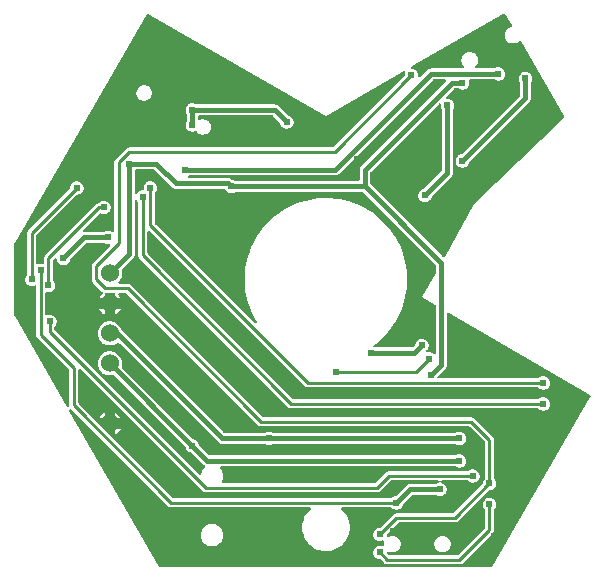
<source format=gbl>
G04 Layer: BottomLayer*
G04 EasyEDA v6.5.22, 2023-01-18 14:56:14*
G04 eb7a50f388b942ddb5e33576d95934dd,93c32eb58a6e4653a9b851d96a472eee,10*
G04 Gerber Generator version 0.2*
G04 Scale: 100 percent, Rotated: No, Reflected: No *
G04 Dimensions in millimeters *
G04 leading zeros omitted , absolute positions ,4 integer and 5 decimal *
%FSLAX45Y45*%
%MOMM*%

%ADD10C,0.4000*%
%ADD11C,0.2540*%
%ADD12C,1.5240*%
%ADD13C,0.6200*%

%LPD*%
G36*
X-166624Y2979623D02*
G01*
X-169824Y2980131D01*
X-182016Y2986481D01*
X-192024Y2989529D01*
X-195173Y2991154D01*
X-204419Y2998063D01*
X-212039Y3001873D01*
X-220167Y3004159D01*
X-229057Y3005023D01*
X-563981Y3005023D01*
X-568248Y3005937D01*
X-571703Y3008579D01*
X-573735Y3012490D01*
X-573989Y3016859D01*
X-572363Y3020923D01*
X-569163Y3023920D01*
X-565505Y3026054D01*
X-563016Y3027121D01*
X-560324Y3027476D01*
X674878Y3027527D01*
X683615Y3028746D01*
X691642Y3031439D01*
X699008Y3035554D01*
X705916Y3041294D01*
X1501952Y3837330D01*
X1505254Y3839514D01*
X1509115Y3840276D01*
X1604518Y3840276D01*
X1608429Y3839514D01*
X1611731Y3837330D01*
X1613916Y3834028D01*
X1614678Y3830116D01*
X1613916Y3826256D01*
X1611731Y3822954D01*
X893419Y3104591D01*
X888085Y3097530D01*
X884326Y3089960D01*
X882040Y3081832D01*
X881176Y3072942D01*
X881176Y2989783D01*
X880414Y2985871D01*
X878230Y2982569D01*
X874928Y2980385D01*
X871016Y2979623D01*
G37*

%LPD*%
G36*
X1595323Y2334107D02*
G01*
X1591716Y2334971D01*
X1588617Y2337104D01*
X975969Y2949752D01*
X973785Y2953054D01*
X973023Y2956915D01*
X973023Y3050184D01*
X973785Y3054045D01*
X975969Y3057347D01*
X1551736Y3633063D01*
X1555242Y3635400D01*
X1559407Y3636060D01*
X1563522Y3634943D01*
X1566773Y3632301D01*
X1568704Y3628542D01*
X1568958Y3624326D01*
X1568958Y3614674D01*
X1570583Y3605174D01*
X1573784Y3596081D01*
X1578406Y3587800D01*
X1579372Y3585413D01*
X1579676Y3582822D01*
X1579676Y3071215D01*
X1578914Y3067354D01*
X1576730Y3064052D01*
X1428343Y2915666D01*
X1426006Y2913938D01*
X1423314Y2912922D01*
X1418437Y2911856D01*
X1409496Y2908300D01*
X1401267Y2903220D01*
X1394053Y2896870D01*
X1387957Y2889351D01*
X1383284Y2880918D01*
X1380083Y2871825D01*
X1378458Y2862326D01*
X1378458Y2852674D01*
X1380083Y2843174D01*
X1383284Y2834081D01*
X1387957Y2825648D01*
X1394053Y2818130D01*
X1401267Y2811780D01*
X1409496Y2806700D01*
X1418437Y2803144D01*
X1427886Y2801112D01*
X1437538Y2800654D01*
X1447088Y2801924D01*
X1456283Y2804718D01*
X1464919Y2809087D01*
X1472692Y2814828D01*
X1479346Y2821787D01*
X1484731Y2829763D01*
X1488744Y2838551D01*
X1490726Y2846222D01*
X1491742Y2848711D01*
X1493367Y2850845D01*
X1659280Y3016808D01*
X1664614Y3023870D01*
X1668373Y3031439D01*
X1670659Y3039567D01*
X1671523Y3048457D01*
X1671523Y3583127D01*
X1671929Y3586073D01*
X1673250Y3588816D01*
X1675231Y3591763D01*
X1679244Y3600551D01*
X1681632Y3609898D01*
X1682496Y3619500D01*
X1681632Y3629101D01*
X1679244Y3638448D01*
X1675231Y3647236D01*
X1669846Y3655212D01*
X1663192Y3662172D01*
X1655419Y3667912D01*
X1646783Y3672281D01*
X1637588Y3675075D01*
X1628038Y3676345D01*
X1619554Y3675938D01*
X1615541Y3676599D01*
X1612138Y3678732D01*
X1609801Y3682034D01*
X1608937Y3685946D01*
X1609699Y3689908D01*
X1611934Y3693312D01*
X1679752Y3761130D01*
X1683054Y3763314D01*
X1686915Y3764076D01*
X1716227Y3764076D01*
X1718970Y3763721D01*
X1721510Y3762603D01*
X1726996Y3759200D01*
X1735937Y3755644D01*
X1745386Y3753612D01*
X1755038Y3753154D01*
X1764588Y3754424D01*
X1773783Y3757218D01*
X1782419Y3761587D01*
X1790192Y3767328D01*
X1796846Y3774287D01*
X1802231Y3782263D01*
X1806244Y3791051D01*
X1808632Y3800398D01*
X1809496Y3810000D01*
X1808632Y3819601D01*
X1806600Y3827576D01*
X1806295Y3831234D01*
X1807362Y3834790D01*
X1809648Y3837686D01*
X1812798Y3839616D01*
X1816404Y3840276D01*
X2021027Y3840276D01*
X2023770Y3839921D01*
X2026310Y3838803D01*
X2031796Y3835400D01*
X2040737Y3831844D01*
X2050186Y3829812D01*
X2059838Y3829354D01*
X2069388Y3830624D01*
X2078583Y3833418D01*
X2087219Y3837787D01*
X2094992Y3843528D01*
X2101646Y3850487D01*
X2107031Y3858463D01*
X2111044Y3867251D01*
X2113432Y3876598D01*
X2114296Y3886200D01*
X2113432Y3895801D01*
X2111044Y3905148D01*
X2107031Y3913936D01*
X2101646Y3921912D01*
X2094992Y3928872D01*
X2087219Y3934612D01*
X2078583Y3938981D01*
X2069388Y3941775D01*
X2059838Y3943045D01*
X2050186Y3942587D01*
X2040737Y3940556D01*
X2031796Y3937000D01*
X2026310Y3933596D01*
X2023770Y3932478D01*
X2021027Y3932123D01*
X1868068Y3932123D01*
X1864055Y3932936D01*
X1860702Y3935272D01*
X1858568Y3938727D01*
X1857959Y3942791D01*
X1858975Y3946753D01*
X1861464Y3950004D01*
X1863750Y3951935D01*
X1870964Y3960368D01*
X1876806Y3969867D01*
X1881022Y3980129D01*
X1883664Y3990949D01*
X1884527Y4002024D01*
X1883664Y4013149D01*
X1881022Y4023969D01*
X1876806Y4034231D01*
X1870964Y4043730D01*
X1863750Y4052163D01*
X1855317Y4059377D01*
X1845818Y4065219D01*
X1835556Y4069435D01*
X1824736Y4072077D01*
X1813661Y4072940D01*
X1802536Y4072077D01*
X1791716Y4069435D01*
X1781454Y4065219D01*
X1771954Y4059377D01*
X1763522Y4052163D01*
X1756308Y4043730D01*
X1750466Y4034231D01*
X1746250Y4023969D01*
X1743608Y4013149D01*
X1742744Y4002024D01*
X1743608Y3990949D01*
X1746250Y3980129D01*
X1750466Y3969867D01*
X1756308Y3960368D01*
X1763522Y3951935D01*
X1765807Y3950004D01*
X1768297Y3946753D01*
X1769313Y3942791D01*
X1768703Y3938727D01*
X1766570Y3935272D01*
X1763217Y3932936D01*
X1759204Y3932123D01*
X1484122Y3932072D01*
X1475384Y3930853D01*
X1467358Y3928160D01*
X1459992Y3924046D01*
X1453083Y3918305D01*
X1394510Y3859733D01*
X1391056Y3857447D01*
X1387043Y3856736D01*
X1383030Y3857701D01*
X1379728Y3860139D01*
X1377645Y3863695D01*
X1377188Y3867759D01*
X1377696Y3873500D01*
X1376832Y3883101D01*
X1374444Y3892448D01*
X1370431Y3901236D01*
X1365046Y3909212D01*
X1358392Y3916172D01*
X1350619Y3921912D01*
X1341983Y3926281D01*
X1332788Y3929075D01*
X1327708Y3929735D01*
X1323746Y3931107D01*
X1320698Y3933951D01*
X1319022Y3937812D01*
X1319072Y3942029D01*
X1320800Y3945839D01*
X1323898Y3948633D01*
X2099564Y4396435D01*
X2103323Y4397705D01*
X2107285Y4397451D01*
X2110841Y4395724D01*
X2113432Y4392726D01*
X2168448Y4297476D01*
X2169718Y4293920D01*
X2169566Y4290161D01*
X2168093Y4286707D01*
X2165451Y4284014D01*
X2162048Y4282490D01*
X2159762Y4281932D01*
X2149500Y4277715D01*
X2140000Y4271873D01*
X2131568Y4264660D01*
X2124354Y4256227D01*
X2118512Y4246727D01*
X2114296Y4236466D01*
X2111654Y4225645D01*
X2110790Y4214520D01*
X2111654Y4203446D01*
X2114296Y4192625D01*
X2118512Y4182364D01*
X2124354Y4172864D01*
X2131568Y4164431D01*
X2140000Y4157218D01*
X2149500Y4151376D01*
X2159762Y4147159D01*
X2170582Y4144518D01*
X2181707Y4143654D01*
X2192782Y4144518D01*
X2203602Y4147159D01*
X2213864Y4151376D01*
X2223363Y4157218D01*
X2231542Y4164177D01*
X2235454Y4166260D01*
X2239822Y4166463D01*
X2243937Y4164787D01*
X2246934Y4161536D01*
X2613456Y3526739D01*
X2614777Y3522522D01*
X2614168Y3518103D01*
X2611678Y3514344D01*
X1854707Y2781808D01*
X1853844Y2780639D01*
X1604670Y2339289D01*
X1602282Y2336444D01*
X1599031Y2334615D01*
G37*

%LPC*%
G36*
X1755038Y3092754D02*
G01*
X1764588Y3094024D01*
X1773783Y3096818D01*
X1782419Y3101187D01*
X1790192Y3106928D01*
X1796846Y3113887D01*
X1802231Y3121863D01*
X1806244Y3130651D01*
X1808225Y3138322D01*
X1809242Y3140811D01*
X1810867Y3142945D01*
X2319680Y3651808D01*
X2325014Y3658870D01*
X2328773Y3666439D01*
X2331059Y3674567D01*
X2331923Y3683457D01*
X2331923Y3811727D01*
X2332329Y3814673D01*
X2333650Y3817416D01*
X2335631Y3820363D01*
X2339644Y3829151D01*
X2342032Y3838498D01*
X2342896Y3848100D01*
X2342032Y3857701D01*
X2339644Y3867048D01*
X2335631Y3875836D01*
X2330246Y3883812D01*
X2323592Y3890772D01*
X2315819Y3896512D01*
X2307183Y3900881D01*
X2297988Y3903675D01*
X2288438Y3904945D01*
X2278786Y3904487D01*
X2269337Y3902456D01*
X2260396Y3898900D01*
X2252167Y3893820D01*
X2244953Y3887470D01*
X2238857Y3879951D01*
X2234184Y3871518D01*
X2230983Y3862425D01*
X2229358Y3852926D01*
X2229358Y3843274D01*
X2230983Y3833774D01*
X2234184Y3824681D01*
X2238806Y3816400D01*
X2239772Y3814013D01*
X2240076Y3811422D01*
X2240076Y3706215D01*
X2239314Y3702354D01*
X2237130Y3699052D01*
X1745843Y3207766D01*
X1743506Y3206038D01*
X1740814Y3205022D01*
X1735937Y3203956D01*
X1726996Y3200400D01*
X1718767Y3195320D01*
X1711553Y3188970D01*
X1705457Y3181451D01*
X1700784Y3173018D01*
X1697583Y3163925D01*
X1695957Y3154426D01*
X1695957Y3144774D01*
X1697583Y3135274D01*
X1700784Y3126181D01*
X1705457Y3117748D01*
X1711553Y3110230D01*
X1718767Y3103880D01*
X1726996Y3098800D01*
X1735937Y3095244D01*
X1745386Y3093212D01*
G37*

%LPD*%
G36*
X1518564Y1512112D02*
G01*
X1514703Y1512976D01*
X1503019Y1521612D01*
X1494383Y1525981D01*
X1485188Y1528775D01*
X1475638Y1530045D01*
X1465986Y1529588D01*
X1456486Y1527556D01*
X1452219Y1527556D01*
X1448308Y1529334D01*
X1445463Y1532534D01*
X1444193Y1536649D01*
X1444752Y1540865D01*
X1446987Y1544523D01*
X1453946Y1551787D01*
X1459331Y1559763D01*
X1463344Y1568551D01*
X1465732Y1577898D01*
X1466596Y1587500D01*
X1465732Y1597101D01*
X1463344Y1606448D01*
X1459331Y1615236D01*
X1453946Y1623212D01*
X1447292Y1630172D01*
X1439519Y1635912D01*
X1430883Y1640281D01*
X1421688Y1643075D01*
X1412138Y1644345D01*
X1402486Y1643888D01*
X1393037Y1641856D01*
X1384096Y1638300D01*
X1375867Y1633220D01*
X1368653Y1626870D01*
X1362557Y1619351D01*
X1357884Y1610918D01*
X1354683Y1601825D01*
X1353312Y1596694D01*
X1351483Y1594205D01*
X1330147Y1572869D01*
X1326845Y1570685D01*
X1322984Y1569923D01*
X1014476Y1569923D01*
X1011885Y1570228D01*
X1009446Y1571244D01*
X1004468Y1574088D01*
X1001420Y1576730D01*
X999642Y1580337D01*
X999439Y1584350D01*
X1000810Y1588160D01*
X1003503Y1591106D01*
X1017828Y1601571D01*
X1046429Y1624939D01*
X1073759Y1649831D01*
X1099718Y1676146D01*
X1124254Y1703781D01*
X1147216Y1732737D01*
X1168654Y1762861D01*
X1188415Y1794103D01*
X1206449Y1826361D01*
X1222756Y1859584D01*
X1237234Y1893570D01*
X1249883Y1928317D01*
X1260652Y1963674D01*
X1269492Y1999538D01*
X1276400Y2035860D01*
X1281328Y2072487D01*
X1284325Y2109368D01*
X1285290Y2146300D01*
X1284325Y2183231D01*
X1281328Y2220112D01*
X1276400Y2256739D01*
X1269492Y2293061D01*
X1260652Y2328926D01*
X1249883Y2364282D01*
X1237234Y2399030D01*
X1222756Y2433015D01*
X1206449Y2466238D01*
X1188415Y2498496D01*
X1168654Y2529738D01*
X1147216Y2559862D01*
X1124254Y2588818D01*
X1099718Y2616454D01*
X1073759Y2642768D01*
X1046429Y2667660D01*
X1017828Y2691028D01*
X987958Y2712821D01*
X956970Y2733040D01*
X924966Y2751480D01*
X891997Y2768244D01*
X858215Y2783179D01*
X823620Y2796286D01*
X788416Y2807512D01*
X752652Y2816860D01*
X716432Y2824226D01*
X679856Y2829661D01*
X643077Y2833166D01*
X606145Y2834640D01*
X569163Y2834132D01*
X532282Y2831642D01*
X495604Y2827223D01*
X459181Y2820771D01*
X423214Y2812440D01*
X387705Y2802128D01*
X352806Y2789986D01*
X318566Y2775915D01*
X285191Y2760065D01*
X252679Y2742488D01*
X221183Y2723134D01*
X190754Y2702153D01*
X161544Y2679547D01*
X133553Y2655417D01*
X106883Y2629814D01*
X81635Y2602788D01*
X57861Y2574493D01*
X35661Y2544927D01*
X15087Y2514244D01*
X-3860Y2482443D01*
X-21031Y2449728D01*
X-36423Y2416149D01*
X-49987Y2381758D01*
X-61671Y2346706D01*
X-71475Y2311044D01*
X-79400Y2274925D01*
X-85293Y2238451D01*
X-89255Y2201672D01*
X-91236Y2164791D01*
X-91236Y2127808D01*
X-89255Y2090928D01*
X-85293Y2054148D01*
X-79400Y2017674D01*
X-71475Y1981555D01*
X-61671Y1945893D01*
X-49987Y1910842D01*
X-36423Y1876450D01*
X-21031Y1842871D01*
X-3860Y1810156D01*
X9245Y1788160D01*
X10617Y1784197D01*
X10261Y1780032D01*
X8280Y1776374D01*
X4978Y1773834D01*
X914Y1772818D01*
X-3149Y1773478D01*
X-6654Y1775764D01*
X-847394Y2616504D01*
X-849630Y2619806D01*
X-850392Y2623718D01*
X-850392Y2875280D01*
X-849680Y2879090D01*
X-847547Y2882341D01*
X-844753Y2885287D01*
X-839368Y2893263D01*
X-835355Y2902051D01*
X-832967Y2911398D01*
X-832103Y2921000D01*
X-832967Y2930601D01*
X-835355Y2939948D01*
X-839368Y2948736D01*
X-844753Y2956712D01*
X-851408Y2963672D01*
X-859180Y2969412D01*
X-867816Y2973781D01*
X-877011Y2976575D01*
X-886561Y2977845D01*
X-896213Y2977388D01*
X-905662Y2975356D01*
X-914603Y2971800D01*
X-922832Y2966720D01*
X-930046Y2960370D01*
X-936142Y2952851D01*
X-940816Y2944418D01*
X-944016Y2935325D01*
X-945642Y2925826D01*
X-945642Y2916174D01*
X-945184Y2913278D01*
X-945337Y2909011D01*
X-947267Y2905201D01*
X-950620Y2902508D01*
X-954735Y2901442D01*
X-959713Y2901188D01*
X-969162Y2899156D01*
X-978103Y2895600D01*
X-986332Y2890520D01*
X-993546Y2884170D01*
X-999642Y2876651D01*
X-1001877Y2872638D01*
X-1004824Y2869336D01*
X-1008887Y2867609D01*
X-1013307Y2867761D01*
X-1017219Y2869793D01*
X-1019911Y2873248D01*
X-1020876Y2877566D01*
X-1020876Y3068116D01*
X-1020114Y3072028D01*
X-1017930Y3075330D01*
X-1014628Y3077514D01*
X-1010716Y3078276D01*
X-861415Y3078276D01*
X-857554Y3077514D01*
X-854252Y3075330D01*
X-704291Y2925419D01*
X-697230Y2920085D01*
X-689660Y2916326D01*
X-681532Y2914040D01*
X-672642Y2913176D01*
X-262636Y2913176D01*
X-259079Y2912567D01*
X-256032Y2910738D01*
X-253746Y2907995D01*
X-250342Y2901848D01*
X-244246Y2894330D01*
X-237032Y2887980D01*
X-228803Y2882900D01*
X-219862Y2879344D01*
X-210413Y2877312D01*
X-200761Y2876854D01*
X-191211Y2878124D01*
X-182016Y2880918D01*
X-169824Y2887268D01*
X-166624Y2887776D01*
X903884Y2887776D01*
X907745Y2887014D01*
X911047Y2884830D01*
X1525930Y2269947D01*
X1528114Y2266645D01*
X1528876Y2262784D01*
X1528876Y2207717D01*
X1528572Y2205126D01*
X1527556Y2202738D01*
X1410157Y1994763D01*
X1410563Y1993392D01*
X1523847Y1927402D01*
X1526540Y1925116D01*
X1528267Y1922068D01*
X1528876Y1918614D01*
X1528876Y1522272D01*
X1528114Y1518361D01*
X1525879Y1515059D01*
X1522526Y1512824D01*
G37*

%LPD*%
G36*
X-1583537Y1061872D02*
G01*
X-1587449Y1062177D01*
X-1590954Y1063955D01*
X-1593545Y1066901D01*
X-2039264Y1838807D01*
X-2040280Y1841246D01*
X-2040636Y1843887D01*
X-2040636Y2448407D01*
X-2040280Y2451049D01*
X-2039264Y2453487D01*
X-919683Y4392726D01*
X-917041Y4395724D01*
X-913485Y4397502D01*
X-909574Y4397756D01*
X-905814Y4396486D01*
X583438Y3536645D01*
X589432Y3534105D01*
X595680Y3533089D01*
X598119Y3533089D01*
X604367Y3534105D01*
X610362Y3536645D01*
X1253998Y3908247D01*
X1257909Y3909568D01*
X1261973Y3909212D01*
X1265580Y3907282D01*
X1268171Y3904081D01*
X1269238Y3900119D01*
X1268679Y3896106D01*
X1265783Y3887825D01*
X1264158Y3878326D01*
X1264158Y3875633D01*
X1263345Y3871772D01*
X1261160Y3868470D01*
X660095Y3267405D01*
X656793Y3265170D01*
X652881Y3264408D01*
X-1066292Y3264408D01*
X-1074318Y3263595D01*
X-1081532Y3261410D01*
X-1088237Y3257854D01*
X-1094435Y3252724D01*
X-1182624Y3164535D01*
X-1187754Y3158337D01*
X-1191310Y3151632D01*
X-1193495Y3144418D01*
X-1194308Y3136392D01*
X-1194308Y2555341D01*
X-1195273Y2550972D01*
X-1198016Y2547467D01*
X-1201978Y2545486D01*
X-1206449Y2545384D01*
X-1210513Y2547162D01*
X-1214780Y2550312D01*
X-1223416Y2554681D01*
X-1232611Y2557475D01*
X-1242161Y2558745D01*
X-1251813Y2558288D01*
X-1261262Y2556256D01*
X-1270203Y2552700D01*
X-1275689Y2549296D01*
X-1278229Y2548178D01*
X-1280972Y2547823D01*
X-1449578Y2547772D01*
X-1453540Y2548483D01*
X-1456893Y2550617D01*
X-1459128Y2553919D01*
X-1459992Y2557830D01*
X-1459230Y2561793D01*
X-1456994Y2565095D01*
X-1319225Y2702864D01*
X-1315974Y2705049D01*
X-1312113Y2705811D01*
X-1308252Y2705100D01*
X-1299362Y2701544D01*
X-1289913Y2699512D01*
X-1280261Y2699054D01*
X-1270711Y2700324D01*
X-1261516Y2703118D01*
X-1252880Y2707487D01*
X-1245108Y2713228D01*
X-1238453Y2720187D01*
X-1233068Y2728163D01*
X-1229055Y2736951D01*
X-1226667Y2746298D01*
X-1225804Y2755900D01*
X-1226667Y2765501D01*
X-1229055Y2774848D01*
X-1233068Y2783636D01*
X-1238453Y2791612D01*
X-1245108Y2798572D01*
X-1252880Y2804312D01*
X-1261516Y2808681D01*
X-1270711Y2811475D01*
X-1280261Y2812745D01*
X-1289913Y2812288D01*
X-1299362Y2810256D01*
X-1308303Y2806700D01*
X-1316532Y2801620D01*
X-1322679Y2796184D01*
X-1325321Y2794508D01*
X-1335532Y2791510D01*
X-1342237Y2787954D01*
X-1348435Y2782824D01*
X-1779524Y2351735D01*
X-1784654Y2345537D01*
X-1788210Y2338832D01*
X-1790395Y2331618D01*
X-1791207Y2323592D01*
X-1791207Y2287879D01*
X-1792122Y2283663D01*
X-1794713Y2280208D01*
X-1798472Y2278126D01*
X-1802739Y2277821D01*
X-1813712Y2279294D01*
X-1823313Y2278888D01*
X-1832762Y2276856D01*
X-1839722Y2274062D01*
X-1843633Y2273350D01*
X-1847494Y2274112D01*
X-1850745Y2276348D01*
X-1852930Y2279650D01*
X-1853692Y2283510D01*
X-1853692Y2519781D01*
X-1852930Y2523693D01*
X-1850694Y2526995D01*
X-1516481Y2861208D01*
X-1512976Y2863494D01*
X-1499311Y2865424D01*
X-1490116Y2868218D01*
X-1481480Y2872587D01*
X-1473708Y2878328D01*
X-1467053Y2885287D01*
X-1461668Y2893263D01*
X-1457655Y2902051D01*
X-1455267Y2911398D01*
X-1454404Y2921000D01*
X-1455267Y2930601D01*
X-1457655Y2939948D01*
X-1461668Y2948736D01*
X-1467053Y2956712D01*
X-1473708Y2963672D01*
X-1481480Y2969412D01*
X-1490116Y2973781D01*
X-1499311Y2976575D01*
X-1508861Y2977845D01*
X-1518513Y2977388D01*
X-1527962Y2975356D01*
X-1536903Y2971800D01*
X-1545132Y2966720D01*
X-1552346Y2960370D01*
X-1558442Y2952851D01*
X-1563116Y2944418D01*
X-1566316Y2935325D01*
X-1567942Y2925826D01*
X-1567942Y2923133D01*
X-1568754Y2919272D01*
X-1570939Y2915970D01*
X-1919224Y2567635D01*
X-1924354Y2561437D01*
X-1927910Y2554732D01*
X-1930095Y2547518D01*
X-1930907Y2539492D01*
X-1930907Y2192274D01*
X-1931466Y2188870D01*
X-1933143Y2185873D01*
X-1939442Y2178151D01*
X-1944116Y2169718D01*
X-1947316Y2160625D01*
X-1948942Y2151126D01*
X-1948942Y2141474D01*
X-1947316Y2131974D01*
X-1944116Y2122881D01*
X-1939442Y2114448D01*
X-1933346Y2106930D01*
X-1926132Y2100580D01*
X-1917903Y2095500D01*
X-1908962Y2091943D01*
X-1899513Y2089912D01*
X-1889861Y2089454D01*
X-1880311Y2090724D01*
X-1871116Y2093518D01*
X-1869439Y2094382D01*
X-1865477Y2095449D01*
X-1861413Y2094839D01*
X-1857908Y2092706D01*
X-1855520Y2089302D01*
X-1854707Y2085289D01*
X-1854707Y1676907D01*
X-1853895Y1668881D01*
X-1851710Y1661668D01*
X-1848154Y1654962D01*
X-1843024Y1648764D01*
X-1578305Y1383995D01*
X-1576070Y1380693D01*
X-1575308Y1376781D01*
X-1575308Y1080008D01*
X-1574596Y1072946D01*
X-1575003Y1069086D01*
X-1576832Y1065580D01*
X-1579829Y1063091D01*
G37*

%LPC*%
G36*
X-444601Y3370224D02*
G01*
X-433984Y3370630D01*
X-423621Y3372764D01*
X-413715Y3376523D01*
X-404520Y3381806D01*
X-396290Y3388512D01*
X-389280Y3396437D01*
X-383590Y3405428D01*
X-379425Y3415182D01*
X-376936Y3425444D01*
X-376072Y3436010D01*
X-376936Y3446627D01*
X-379425Y3456889D01*
X-383590Y3466642D01*
X-389280Y3475634D01*
X-396290Y3483559D01*
X-404520Y3490264D01*
X-413715Y3495548D01*
X-423621Y3499307D01*
X-433984Y3501440D01*
X-444601Y3501847D01*
X-455117Y3500577D01*
X-465277Y3497630D01*
X-472998Y3493973D01*
X-476910Y3493008D01*
X-480923Y3493668D01*
X-484378Y3495852D01*
X-486664Y3499205D01*
X-487476Y3503168D01*
X-487476Y3525316D01*
X-486714Y3529228D01*
X-484530Y3532530D01*
X-481228Y3534714D01*
X-477316Y3535476D01*
X141884Y3535476D01*
X145745Y3534714D01*
X149047Y3532530D01*
X208483Y3473094D01*
X210312Y3470605D01*
X211683Y3465474D01*
X214884Y3456381D01*
X219557Y3447948D01*
X225653Y3440429D01*
X232867Y3434079D01*
X241096Y3429000D01*
X250037Y3425444D01*
X259486Y3423412D01*
X269138Y3422954D01*
X278688Y3424224D01*
X287883Y3427018D01*
X296519Y3431387D01*
X304292Y3437128D01*
X310946Y3444087D01*
X316331Y3452063D01*
X320344Y3460851D01*
X322732Y3470198D01*
X323596Y3479800D01*
X322732Y3489401D01*
X320344Y3498748D01*
X316331Y3507536D01*
X310946Y3515512D01*
X304292Y3522472D01*
X296519Y3528212D01*
X287934Y3532530D01*
X277469Y3535679D01*
X275183Y3536696D01*
X273202Y3538220D01*
X196291Y3615080D01*
X189230Y3620414D01*
X181660Y3624173D01*
X173532Y3626459D01*
X164642Y3627323D01*
X-496824Y3627323D01*
X-500024Y3627831D01*
X-512216Y3634181D01*
X-521411Y3636975D01*
X-530961Y3638245D01*
X-540613Y3637787D01*
X-550062Y3635756D01*
X-559003Y3632200D01*
X-567232Y3627120D01*
X-574446Y3620770D01*
X-580542Y3613251D01*
X-585216Y3604818D01*
X-588416Y3595725D01*
X-590042Y3586226D01*
X-590042Y3576574D01*
X-588416Y3567074D01*
X-585216Y3557981D01*
X-580593Y3549700D01*
X-579628Y3547313D01*
X-579323Y3544722D01*
X-579323Y3491077D01*
X-579628Y3488486D01*
X-580593Y3486099D01*
X-585216Y3477818D01*
X-588416Y3468725D01*
X-590042Y3459226D01*
X-590042Y3449574D01*
X-588416Y3440074D01*
X-585216Y3430981D01*
X-580542Y3422548D01*
X-574446Y3415029D01*
X-567232Y3408679D01*
X-559003Y3403600D01*
X-550062Y3400044D01*
X-540613Y3398012D01*
X-530961Y3397554D01*
X-521411Y3398824D01*
X-512216Y3401618D01*
X-509625Y3402939D01*
X-506272Y3403955D01*
X-502767Y3403752D01*
X-499516Y3402329D01*
X-496925Y3399942D01*
X-491235Y3392373D01*
X-483616Y3385007D01*
X-474878Y3378962D01*
X-465277Y3374440D01*
X-455117Y3371494D01*
G37*
G36*
X-945134Y3659225D02*
G01*
X-934516Y3659632D01*
X-924153Y3661765D01*
X-914247Y3665524D01*
X-905052Y3670808D01*
X-896823Y3677513D01*
X-889812Y3685438D01*
X-884123Y3694429D01*
X-879957Y3704183D01*
X-877468Y3714445D01*
X-876604Y3725011D01*
X-877468Y3735628D01*
X-879957Y3745890D01*
X-884123Y3755644D01*
X-889812Y3764635D01*
X-896823Y3772560D01*
X-905052Y3779265D01*
X-914247Y3784549D01*
X-924153Y3788308D01*
X-934516Y3790442D01*
X-945134Y3790848D01*
X-955649Y3789578D01*
X-965809Y3786632D01*
X-975410Y3782110D01*
X-984148Y3776065D01*
X-991768Y3768699D01*
X-998118Y3760266D01*
X-1003046Y3750868D01*
X-1006449Y3740810D01*
X-1008126Y3730345D01*
X-1008126Y3719728D01*
X-1006449Y3709263D01*
X-1003046Y3699205D01*
X-998118Y3689807D01*
X-991768Y3681374D01*
X-984148Y3674008D01*
X-975410Y3667963D01*
X-965809Y3663442D01*
X-955649Y3660495D01*
G37*

%LPD*%
G36*
X-690981Y292608D02*
G01*
X-694893Y293370D01*
X-698195Y295605D01*
X-1273403Y870813D01*
X-1275588Y874115D01*
X-1276350Y877976D01*
X-1276350Y882650D01*
X-1281023Y882650D01*
X-1284935Y883412D01*
X-1288237Y885647D01*
X-1495094Y1092504D01*
X-1497330Y1095806D01*
X-1498092Y1099718D01*
X-1498092Y1380845D01*
X-1497330Y1384757D01*
X-1495094Y1388059D01*
X-1491843Y1390243D01*
X-1487932Y1391005D01*
X-1484020Y1390243D01*
X-1480769Y1388059D01*
X-446735Y354076D01*
X-440537Y348945D01*
X-433832Y345389D01*
X-426618Y343204D01*
X-418592Y342392D01*
X1028192Y342392D01*
X1036218Y343204D01*
X1043432Y345389D01*
X1050137Y348945D01*
X1056335Y354076D01*
X1143304Y440994D01*
X1146606Y443230D01*
X1150518Y443992D01*
X1548993Y443992D01*
X1553108Y443128D01*
X1556512Y440639D01*
X1558645Y436981D01*
X1559102Y432765D01*
X1557782Y428751D01*
X1554988Y425602D01*
X1551127Y423875D01*
X1545437Y422656D01*
X1536496Y419100D01*
X1531010Y415696D01*
X1528470Y414578D01*
X1525727Y414223D01*
X1306322Y414172D01*
X1297584Y412953D01*
X1289558Y410260D01*
X1282192Y406146D01*
X1275283Y400405D01*
X1187043Y312166D01*
X1184706Y310438D01*
X1182014Y309422D01*
X1177137Y308356D01*
X1168196Y304800D01*
X1159967Y299720D01*
X1154785Y295148D01*
X1151636Y293268D01*
X1148080Y292608D01*
G37*

%LPC*%
G36*
X-1187450Y835456D02*
G01*
X-1182878Y837590D01*
X-1171346Y844905D01*
X-1160932Y853694D01*
X-1151788Y863853D01*
X-1144066Y875080D01*
X-1140256Y882650D01*
X-1187450Y882650D01*
G37*
G36*
X-1187450Y971550D02*
G01*
X-1140256Y971550D01*
X-1144066Y979119D01*
X-1151788Y990346D01*
X-1160932Y1000506D01*
X-1171346Y1009294D01*
X-1182878Y1016609D01*
X-1187450Y1018743D01*
G37*
G36*
X-1323695Y971550D02*
G01*
X-1276350Y971550D01*
X-1276350Y1018895D01*
X-1286865Y1013155D01*
X-1297838Y1005078D01*
X-1307642Y995578D01*
X-1316075Y984859D01*
X-1323035Y973124D01*
G37*

%LPD*%
G36*
X-803910Y-290322D02*
G01*
X-807415Y-289712D01*
X-810463Y-287934D01*
X-812698Y-285242D01*
X-1575206Y1035151D01*
X-1576476Y1039114D01*
X-1576120Y1043228D01*
X-1574088Y1046835D01*
X-1570786Y1049375D01*
X-1566773Y1050391D01*
X-1562709Y1049680D01*
X-1559204Y1047394D01*
X-738835Y227075D01*
X-732637Y221945D01*
X-725932Y218389D01*
X-718718Y216204D01*
X-710692Y215392D01*
X458317Y215392D01*
X462381Y214579D01*
X465734Y212191D01*
X467868Y208737D01*
X468477Y204673D01*
X467410Y200710D01*
X464870Y197459D01*
X460095Y193395D01*
X446532Y179527D01*
X434390Y164388D01*
X423722Y148132D01*
X414731Y130962D01*
X407416Y112979D01*
X401828Y94386D01*
X398119Y75336D01*
X396240Y56032D01*
X396240Y36576D01*
X398119Y17272D01*
X401828Y-1778D01*
X407416Y-20370D01*
X414731Y-38354D01*
X423722Y-55524D01*
X434390Y-71780D01*
X446532Y-86918D01*
X460095Y-100787D01*
X474929Y-113334D01*
X490880Y-124358D01*
X507847Y-133807D01*
X525678Y-141528D01*
X544118Y-147523D01*
X563067Y-151739D01*
X582371Y-154076D01*
X601776Y-154533D01*
X621131Y-153111D01*
X640232Y-149860D01*
X658977Y-144780D01*
X677113Y-137871D01*
X694537Y-129285D01*
X711047Y-119024D01*
X726440Y-107238D01*
X740664Y-94030D01*
X753516Y-79502D01*
X764946Y-63804D01*
X774801Y-47040D01*
X782980Y-29464D01*
X789432Y-11125D01*
X794054Y7721D01*
X796848Y26924D01*
X797814Y46278D01*
X796848Y65684D01*
X794054Y84886D01*
X789432Y103733D01*
X782980Y122072D01*
X774801Y139649D01*
X764946Y156413D01*
X753516Y172110D01*
X740664Y186639D01*
X728675Y197815D01*
X726338Y201066D01*
X725424Y204978D01*
X726135Y208940D01*
X728319Y212344D01*
X731621Y214579D01*
X735584Y215392D01*
X1148080Y215392D01*
X1151636Y214731D01*
X1154785Y212852D01*
X1159967Y208279D01*
X1168196Y203200D01*
X1177137Y199644D01*
X1186586Y197612D01*
X1196238Y197154D01*
X1205788Y198424D01*
X1214983Y201218D01*
X1223619Y205587D01*
X1231392Y211328D01*
X1238046Y218287D01*
X1243431Y226263D01*
X1247444Y235051D01*
X1249426Y242722D01*
X1250442Y245211D01*
X1252067Y247345D01*
X1324152Y319430D01*
X1327454Y321614D01*
X1331315Y322376D01*
X1525727Y322376D01*
X1528470Y322021D01*
X1531010Y320903D01*
X1536496Y317500D01*
X1545437Y313944D01*
X1554886Y311912D01*
X1564538Y311454D01*
X1574088Y312724D01*
X1583283Y315518D01*
X1591919Y319887D01*
X1599692Y325628D01*
X1606346Y332587D01*
X1611731Y340563D01*
X1615744Y349351D01*
X1618132Y358698D01*
X1618996Y368300D01*
X1618132Y377901D01*
X1615744Y387248D01*
X1611731Y396036D01*
X1606346Y404012D01*
X1599692Y410972D01*
X1591919Y416712D01*
X1583283Y421081D01*
X1573377Y424129D01*
X1569770Y426059D01*
X1567230Y429310D01*
X1566164Y433273D01*
X1566773Y437337D01*
X1568958Y440842D01*
X1572310Y443179D01*
X1576324Y443992D01*
X1795780Y443992D01*
X1799336Y443331D01*
X1802485Y441451D01*
X1807667Y436880D01*
X1815896Y431800D01*
X1824837Y428243D01*
X1834286Y426212D01*
X1843938Y425754D01*
X1853488Y427024D01*
X1862683Y429818D01*
X1871319Y434187D01*
X1879092Y439928D01*
X1885746Y446887D01*
X1891131Y454863D01*
X1895144Y463651D01*
X1897532Y472998D01*
X1898396Y482600D01*
X1897532Y492201D01*
X1895144Y501548D01*
X1891131Y510336D01*
X1885746Y518312D01*
X1879092Y525272D01*
X1871319Y531012D01*
X1862683Y535381D01*
X1853488Y538175D01*
X1843938Y539445D01*
X1834286Y538988D01*
X1824837Y536956D01*
X1815896Y533400D01*
X1807667Y528320D01*
X1802485Y523748D01*
X1799336Y521868D01*
X1795780Y521208D01*
X1130808Y521208D01*
X1122781Y520395D01*
X1115568Y518210D01*
X1108862Y514654D01*
X1102664Y509524D01*
X1015695Y422605D01*
X1012393Y420370D01*
X1008481Y419608D01*
X-275844Y419608D01*
X-279857Y420471D01*
X-283260Y422808D01*
X-285394Y426364D01*
X-285953Y430479D01*
X-284835Y434441D01*
X-280365Y443128D01*
X-275996Y455422D01*
X-273304Y468223D01*
X-272440Y481279D01*
X-273304Y494385D01*
X-275996Y507187D01*
X-280365Y519480D01*
X-286359Y531114D01*
X-293928Y541832D01*
X-298399Y546608D01*
X-300431Y549910D01*
X-301142Y553770D01*
X-300278Y557580D01*
X-298043Y560781D01*
X-294792Y562965D01*
X-290982Y563676D01*
X1690827Y563676D01*
X1693570Y563321D01*
X1696110Y562203D01*
X1701596Y558800D01*
X1710537Y555244D01*
X1719986Y553212D01*
X1729638Y552754D01*
X1739188Y554024D01*
X1748383Y556818D01*
X1757019Y561187D01*
X1764792Y566928D01*
X1771446Y573887D01*
X1776831Y581863D01*
X1780844Y590651D01*
X1783232Y599998D01*
X1784096Y609600D01*
X1783232Y619201D01*
X1780844Y628548D01*
X1776831Y637336D01*
X1771446Y645312D01*
X1764792Y652272D01*
X1757019Y658012D01*
X1748383Y662381D01*
X1739188Y665175D01*
X1729638Y666445D01*
X1719986Y665988D01*
X1710537Y663956D01*
X1701596Y660400D01*
X1696110Y656996D01*
X1693570Y655878D01*
X1690827Y655523D01*
X-383184Y655523D01*
X-387045Y656285D01*
X-390347Y658469D01*
X-475132Y743254D01*
X-476758Y745388D01*
X-477774Y747877D01*
X-479755Y755548D01*
X-483768Y764336D01*
X-489153Y772312D01*
X-495808Y779272D01*
X-503580Y785012D01*
X-512165Y789330D01*
X-522630Y792480D01*
X-524916Y793496D01*
X-526897Y795020D01*
X-1130706Y1398828D01*
X-1132636Y1401521D01*
X-1133602Y1404721D01*
X-1133500Y1408023D01*
X-1130757Y1421485D01*
X-1129842Y1435100D01*
X-1130757Y1448714D01*
X-1133449Y1462074D01*
X-1137920Y1474927D01*
X-1144066Y1487119D01*
X-1151788Y1498346D01*
X-1160932Y1508455D01*
X-1171346Y1517294D01*
X-1182878Y1524609D01*
X-1195222Y1530350D01*
X-1208278Y1534414D01*
X-1221689Y1536649D01*
X-1235354Y1537106D01*
X-1248918Y1535734D01*
X-1262176Y1532585D01*
X-1274876Y1527708D01*
X-1286865Y1521155D01*
X-1297838Y1513027D01*
X-1307642Y1503578D01*
X-1316075Y1492859D01*
X-1323035Y1481124D01*
X-1328369Y1468577D01*
X-1331976Y1455420D01*
X-1333754Y1441907D01*
X-1333754Y1428292D01*
X-1331976Y1414780D01*
X-1328369Y1401622D01*
X-1323035Y1389075D01*
X-1316075Y1377340D01*
X-1307642Y1366621D01*
X-1297838Y1357122D01*
X-1286865Y1349044D01*
X-1274876Y1342491D01*
X-1262176Y1337614D01*
X-1248918Y1334414D01*
X-1235354Y1333042D01*
X-1221689Y1333500D01*
X-1208278Y1335786D01*
X-1205890Y1336497D01*
X-1202283Y1336954D01*
X-1198727Y1336090D01*
X-1195730Y1334008D01*
X-591616Y729894D01*
X-589788Y727405D01*
X-588416Y722274D01*
X-585216Y713181D01*
X-580542Y704748D01*
X-574446Y697230D01*
X-567232Y690880D01*
X-559003Y685800D01*
X-550062Y682244D01*
X-545185Y681177D01*
X-542493Y680161D01*
X-540156Y678434D01*
X-437591Y575919D01*
X-430276Y570433D01*
X-427837Y567740D01*
X-426466Y564337D01*
X-426364Y560679D01*
X-427634Y557225D01*
X-430022Y554431D01*
X-433730Y551383D01*
X-442671Y541832D01*
X-450240Y531114D01*
X-456234Y519480D01*
X-460603Y507187D01*
X-461975Y500735D01*
X-463753Y496773D01*
X-467004Y493877D01*
X-471170Y492658D01*
X-475437Y493268D01*
X-479094Y495604D01*
X-1698294Y1714804D01*
X-1700530Y1718106D01*
X-1701292Y1722018D01*
X-1701292Y1744980D01*
X-1700580Y1748789D01*
X-1698447Y1752041D01*
X-1695653Y1754987D01*
X-1690268Y1762963D01*
X-1686255Y1771751D01*
X-1683867Y1781098D01*
X-1683004Y1790700D01*
X-1683867Y1800301D01*
X-1686255Y1809648D01*
X-1690268Y1818436D01*
X-1695653Y1826412D01*
X-1702307Y1833372D01*
X-1710080Y1839112D01*
X-1718716Y1843481D01*
X-1727911Y1846275D01*
X-1737461Y1847545D01*
X-1747113Y1847088D01*
X-1756562Y1845056D01*
X-1763522Y1842262D01*
X-1767433Y1841550D01*
X-1771294Y1842312D01*
X-1774545Y1844548D01*
X-1776730Y1847850D01*
X-1777492Y1851710D01*
X-1777492Y2030323D01*
X-1776475Y2034692D01*
X-1773732Y2038197D01*
X-1769668Y2040178D01*
X-1765198Y2040229D01*
X-1759813Y2039112D01*
X-1750161Y2038654D01*
X-1740611Y2039924D01*
X-1731416Y2042718D01*
X-1722780Y2047087D01*
X-1715007Y2052828D01*
X-1708353Y2059787D01*
X-1702968Y2067763D01*
X-1698955Y2076551D01*
X-1696567Y2085898D01*
X-1695704Y2095500D01*
X-1696567Y2105101D01*
X-1698955Y2114448D01*
X-1702968Y2123236D01*
X-1708353Y2131212D01*
X-1711147Y2134158D01*
X-1713280Y2137410D01*
X-1713992Y2141220D01*
X-1713992Y2303881D01*
X-1713230Y2307793D01*
X-1710994Y2311095D01*
X-1699158Y2322931D01*
X-1695450Y2325319D01*
X-1691081Y2325878D01*
X-1686864Y2324557D01*
X-1683613Y2321560D01*
X-1681937Y2317496D01*
X-1680616Y2309774D01*
X-1677416Y2300681D01*
X-1672742Y2292248D01*
X-1666646Y2284730D01*
X-1659432Y2278380D01*
X-1651203Y2273300D01*
X-1642262Y2269744D01*
X-1632813Y2267712D01*
X-1623161Y2267254D01*
X-1613611Y2268524D01*
X-1604416Y2271318D01*
X-1595780Y2275687D01*
X-1588008Y2281428D01*
X-1581353Y2288387D01*
X-1575968Y2296363D01*
X-1571955Y2305151D01*
X-1569974Y2312822D01*
X-1568958Y2315311D01*
X-1567332Y2317445D01*
X-1431747Y2453030D01*
X-1428445Y2455214D01*
X-1424584Y2455976D01*
X-1280972Y2455976D01*
X-1278229Y2455621D01*
X-1275689Y2454503D01*
X-1270203Y2451100D01*
X-1261262Y2447544D01*
X-1251813Y2445512D01*
X-1242060Y2445105D01*
X-1237894Y2444750D01*
X-1234186Y2442768D01*
X-1231646Y2439517D01*
X-1230579Y2435453D01*
X-1231290Y2431338D01*
X-1233576Y2427833D01*
X-1373124Y2288235D01*
X-1378254Y2282037D01*
X-1381810Y2275332D01*
X-1383995Y2268118D01*
X-1384808Y2260092D01*
X-1384808Y2146808D01*
X-1383995Y2138781D01*
X-1381810Y2131568D01*
X-1378254Y2124862D01*
X-1373124Y2118664D01*
X-1297635Y2043175D01*
X-1293622Y2039874D01*
X-1291285Y2037080D01*
X-1290066Y2033574D01*
X-1290167Y2029917D01*
X-1291539Y2026513D01*
X-1294079Y2023821D01*
X-1297838Y2021078D01*
X-1307642Y2011578D01*
X-1316075Y2000859D01*
X-1323035Y1989124D01*
X-1323695Y1987550D01*
X-1276350Y1987550D01*
X-1276350Y2021332D01*
X-1275588Y2025243D01*
X-1273403Y2028494D01*
X-1270101Y2030730D01*
X-1266190Y2031492D01*
X-1197610Y2031492D01*
X-1193749Y2030730D01*
X-1190447Y2028494D01*
X-1188262Y2025243D01*
X-1187450Y2021332D01*
X-1187450Y1987550D01*
X-1140256Y1987550D01*
X-1144066Y1995119D01*
X-1151788Y2006346D01*
X-1159154Y2014524D01*
X-1161186Y2017826D01*
X-1161796Y2021687D01*
X-1160932Y2025446D01*
X-1158697Y2028647D01*
X-1155446Y2030730D01*
X-1151636Y2031492D01*
X-1099718Y2031492D01*
X-1095806Y2030730D01*
X-1092504Y2028494D01*
X23164Y912876D01*
X29362Y907745D01*
X36068Y904189D01*
X43281Y902004D01*
X51308Y901192D01*
X1808581Y901192D01*
X1812493Y900430D01*
X1815795Y898194D01*
X1939594Y774395D01*
X1941830Y771093D01*
X1942592Y767181D01*
X1942592Y465074D01*
X1942033Y461670D01*
X1940356Y458673D01*
X1934057Y450951D01*
X1929384Y442518D01*
X1926183Y433425D01*
X1924557Y423926D01*
X1924557Y421233D01*
X1923745Y417372D01*
X1921560Y414070D01*
X1676095Y168605D01*
X1672793Y166370D01*
X1668881Y165608D01*
X1194308Y165608D01*
X1186281Y164795D01*
X1179068Y162610D01*
X1172362Y159054D01*
X1166164Y153924D01*
X1059129Y46888D01*
X1056030Y44805D01*
X1052372Y43942D01*
X1046886Y43688D01*
X1037437Y41656D01*
X1028496Y38100D01*
X1020267Y33020D01*
X1013053Y26670D01*
X1006957Y19151D01*
X1002284Y10718D01*
X999083Y1625D01*
X997458Y-7873D01*
X997458Y-17526D01*
X999083Y-27025D01*
X1002284Y-36118D01*
X1006957Y-44551D01*
X1013053Y-52069D01*
X1020267Y-58419D01*
X1028496Y-63500D01*
X1037437Y-67056D01*
X1046886Y-69088D01*
X1056538Y-69545D01*
X1066088Y-68275D01*
X1079906Y-63957D01*
X1083716Y-64363D01*
X1087120Y-66141D01*
X1089609Y-69037D01*
X1090828Y-72644D01*
X1090676Y-76454D01*
X1089101Y-83007D01*
X1088237Y-94081D01*
X1088847Y-101955D01*
X1088390Y-105867D01*
X1086510Y-109270D01*
X1083411Y-111760D01*
X1079652Y-112877D01*
X1075740Y-112471D01*
X1066088Y-109524D01*
X1056538Y-108254D01*
X1046886Y-108712D01*
X1037437Y-110744D01*
X1028496Y-114300D01*
X1020267Y-119380D01*
X1013053Y-125730D01*
X1006957Y-133248D01*
X1002284Y-141681D01*
X999083Y-150774D01*
X997458Y-160274D01*
X997458Y-169926D01*
X999083Y-179425D01*
X1002284Y-188518D01*
X1006957Y-196951D01*
X1013053Y-204470D01*
X1020267Y-210820D01*
X1028496Y-215900D01*
X1037437Y-219456D01*
X1046886Y-221488D01*
X1052372Y-221742D01*
X1056030Y-222605D01*
X1059129Y-224688D01*
X1089964Y-255524D01*
X1096162Y-260654D01*
X1102868Y-264210D01*
X1110081Y-266395D01*
X1118108Y-267208D01*
X1726692Y-267208D01*
X1734718Y-266395D01*
X1741932Y-264210D01*
X1748637Y-260654D01*
X1754835Y-255524D01*
X2008124Y-2235D01*
X2013254Y3962D01*
X2016810Y10668D01*
X2018995Y17881D01*
X2019807Y25908D01*
X2019807Y195580D01*
X2020519Y199390D01*
X2022652Y202641D01*
X2025446Y205587D01*
X2030831Y213563D01*
X2034844Y222351D01*
X2037232Y231698D01*
X2038096Y241300D01*
X2037232Y250901D01*
X2034844Y260248D01*
X2030831Y269036D01*
X2025446Y277012D01*
X2018792Y283972D01*
X2011019Y289712D01*
X2002383Y294081D01*
X1993188Y296875D01*
X1983638Y298145D01*
X1973986Y297688D01*
X1964537Y295656D01*
X1955596Y292100D01*
X1947367Y287020D01*
X1940153Y280670D01*
X1934057Y273151D01*
X1929384Y264718D01*
X1926183Y255625D01*
X1924557Y246125D01*
X1924557Y236474D01*
X1926183Y226974D01*
X1929384Y217881D01*
X1934057Y209448D01*
X1940356Y201726D01*
X1942033Y198729D01*
X1942592Y195326D01*
X1942592Y45618D01*
X1941830Y41706D01*
X1939594Y38404D01*
X1714195Y-186994D01*
X1710893Y-189230D01*
X1706981Y-189992D01*
X1137818Y-189992D01*
X1133906Y-189230D01*
X1130604Y-186994D01*
X1118514Y-174904D01*
X1116279Y-171602D01*
X1115517Y-167741D01*
X1116279Y-163830D01*
X1118514Y-160528D01*
X1121816Y-158343D01*
X1125677Y-157581D01*
X1129588Y-158343D01*
X1137208Y-161493D01*
X1148029Y-164084D01*
X1159103Y-164947D01*
X1170178Y-164084D01*
X1180998Y-161493D01*
X1191260Y-157226D01*
X1200759Y-151434D01*
X1209243Y-144221D01*
X1216456Y-135737D01*
X1222248Y-126237D01*
X1226515Y-115976D01*
X1229106Y-105156D01*
X1229969Y-94081D01*
X1229106Y-83007D01*
X1226515Y-72186D01*
X1222248Y-61925D01*
X1216456Y-52425D01*
X1209243Y-43942D01*
X1200759Y-36728D01*
X1191260Y-30937D01*
X1180998Y-26670D01*
X1170178Y-24079D01*
X1159103Y-23215D01*
X1148029Y-24079D01*
X1137208Y-26670D01*
X1126947Y-30937D01*
X1125575Y-31750D01*
X1121410Y-33172D01*
X1116990Y-32664D01*
X1113180Y-30327D01*
X1110742Y-26619D01*
X1110183Y-22199D01*
X1110843Y-13919D01*
X1111758Y-10515D01*
X1113790Y-7569D01*
X1206804Y85394D01*
X1210106Y87630D01*
X1214018Y88392D01*
X1688592Y88392D01*
X1696618Y89204D01*
X1703832Y91389D01*
X1710537Y94945D01*
X1716735Y100076D01*
X1976018Y359308D01*
X1979523Y361594D01*
X1993188Y363524D01*
X2002383Y366318D01*
X2011019Y370687D01*
X2018792Y376428D01*
X2025446Y383387D01*
X2030831Y391363D01*
X2034844Y400151D01*
X2037232Y409498D01*
X2038096Y419100D01*
X2037232Y428701D01*
X2034844Y438048D01*
X2030831Y446836D01*
X2025446Y454812D01*
X2022652Y457758D01*
X2020519Y461009D01*
X2019807Y464820D01*
X2019807Y786892D01*
X2018995Y794918D01*
X2016810Y802132D01*
X2013254Y808837D01*
X2008124Y815035D01*
X1856435Y966724D01*
X1850237Y971854D01*
X1843532Y975410D01*
X1836318Y977595D01*
X1828292Y978408D01*
X71018Y978408D01*
X67106Y979169D01*
X63804Y981405D01*
X-1051864Y2097024D01*
X-1058062Y2102154D01*
X-1064768Y2105710D01*
X-1071981Y2107895D01*
X-1080008Y2108708D01*
X-1151636Y2108708D01*
X-1155446Y2109470D01*
X-1158697Y2111552D01*
X-1160932Y2114753D01*
X-1161796Y2118512D01*
X-1161186Y2122373D01*
X-1159154Y2125675D01*
X-1151788Y2133854D01*
X-1144066Y2145080D01*
X-1137920Y2157222D01*
X-1133449Y2170125D01*
X-1130757Y2183485D01*
X-1129842Y2197100D01*
X-1130757Y2210714D01*
X-1133500Y2224176D01*
X-1133602Y2227478D01*
X-1132636Y2230678D01*
X-1130706Y2233371D01*
X-1033119Y2331008D01*
X-1027785Y2338070D01*
X-1024026Y2345639D01*
X-1021740Y2353767D01*
X-1020876Y2362657D01*
X-1020876Y2812034D01*
X-1019911Y2816352D01*
X-1017219Y2819806D01*
X-1013307Y2821838D01*
X-1008887Y2821990D01*
X-1004824Y2820263D01*
X-1001877Y2816961D01*
X-999642Y2812948D01*
X-993343Y2805226D01*
X-991666Y2802229D01*
X-991108Y2798826D01*
X-991108Y2350008D01*
X-990295Y2341981D01*
X-988110Y2334768D01*
X-984554Y2328062D01*
X-979424Y2321864D01*
X277164Y1065276D01*
X283362Y1060145D01*
X290068Y1056589D01*
X297281Y1054404D01*
X305308Y1053592D01*
X2392680Y1053592D01*
X2396236Y1052931D01*
X2399385Y1051052D01*
X2404567Y1046480D01*
X2412796Y1041400D01*
X2421737Y1037844D01*
X2431186Y1035812D01*
X2440838Y1035354D01*
X2450388Y1036624D01*
X2459583Y1039418D01*
X2468219Y1043787D01*
X2475992Y1049528D01*
X2482646Y1056487D01*
X2488031Y1064463D01*
X2492044Y1073251D01*
X2494432Y1082598D01*
X2495296Y1092200D01*
X2494432Y1101801D01*
X2492044Y1111148D01*
X2488031Y1119936D01*
X2482646Y1127912D01*
X2475992Y1134872D01*
X2468219Y1140612D01*
X2459583Y1144981D01*
X2450388Y1147775D01*
X2440838Y1149045D01*
X2431186Y1148588D01*
X2421737Y1146556D01*
X2412796Y1143000D01*
X2404567Y1137920D01*
X2399385Y1133348D01*
X2396236Y1131468D01*
X2392680Y1130808D01*
X325018Y1130808D01*
X321106Y1131570D01*
X317804Y1133805D01*
X-910894Y2362504D01*
X-913130Y2365806D01*
X-913892Y2369718D01*
X-913892Y2549245D01*
X-913130Y2553157D01*
X-910894Y2556459D01*
X-907643Y2558643D01*
X-903732Y2559405D01*
X-899820Y2558643D01*
X-896569Y2556459D01*
X416864Y1243076D01*
X423062Y1237945D01*
X429768Y1234389D01*
X436981Y1232204D01*
X445008Y1231392D01*
X2392680Y1231392D01*
X2396236Y1230731D01*
X2399385Y1228852D01*
X2404567Y1224280D01*
X2412796Y1219200D01*
X2421737Y1215644D01*
X2431186Y1213612D01*
X2440838Y1213154D01*
X2450388Y1214424D01*
X2459583Y1217218D01*
X2468219Y1221587D01*
X2475992Y1227328D01*
X2482646Y1234287D01*
X2488031Y1242263D01*
X2492044Y1251051D01*
X2494432Y1260398D01*
X2495296Y1270000D01*
X2494432Y1279601D01*
X2492044Y1288948D01*
X2488031Y1297736D01*
X2482646Y1305712D01*
X2475992Y1312672D01*
X2468219Y1318412D01*
X2459583Y1322781D01*
X2450388Y1325575D01*
X2440838Y1326845D01*
X2431186Y1326388D01*
X2421737Y1324356D01*
X2412796Y1320800D01*
X2404567Y1315720D01*
X2399385Y1311148D01*
X2396236Y1309268D01*
X2392680Y1308608D01*
X1551127Y1308608D01*
X1547469Y1309268D01*
X1544320Y1311198D01*
X1542084Y1314094D01*
X1541018Y1317650D01*
X1541526Y1322222D01*
X1542542Y1324711D01*
X1544167Y1326845D01*
X1608480Y1391208D01*
X1613814Y1398270D01*
X1617573Y1405839D01*
X1619859Y1413967D01*
X1620723Y1422857D01*
X1620723Y1853285D01*
X1621586Y1857451D01*
X1624076Y1860854D01*
X1627733Y1862937D01*
X1631950Y1863394D01*
X1635963Y1862074D01*
X2832303Y1165098D01*
X2835249Y1162456D01*
X2836976Y1158900D01*
X2837230Y1154988D01*
X2835960Y1151229D01*
X2006498Y-285242D01*
X2004263Y-287934D01*
X2001215Y-289712D01*
X1997710Y-290322D01*
G37*

%LPC*%
G36*
X-374853Y-114350D02*
G01*
X-361746Y-114350D01*
X-348792Y-112572D01*
X-336194Y-109067D01*
X-324205Y-103835D01*
X-313029Y-97028D01*
X-302869Y-88747D01*
X-293928Y-79197D01*
X-286359Y-68529D01*
X-280365Y-56896D01*
X-275996Y-44551D01*
X-273304Y-31750D01*
X-272440Y-18694D01*
X-273304Y-5638D01*
X-275996Y7162D01*
X-280365Y19507D01*
X-286359Y31140D01*
X-293928Y41808D01*
X-302869Y51358D01*
X-313029Y59639D01*
X-324205Y66446D01*
X-336194Y71628D01*
X-348792Y75184D01*
X-361746Y76962D01*
X-374853Y76962D01*
X-387807Y75184D01*
X-400405Y71628D01*
X-412394Y66446D01*
X-423570Y59639D01*
X-433730Y51358D01*
X-442671Y41808D01*
X-450240Y31140D01*
X-456234Y19507D01*
X-460603Y7162D01*
X-463296Y-5638D01*
X-464159Y-18694D01*
X-463296Y-31750D01*
X-460603Y-44551D01*
X-456234Y-56896D01*
X-450240Y-68529D01*
X-442671Y-79197D01*
X-433730Y-88747D01*
X-423570Y-97028D01*
X-412394Y-103835D01*
X-400405Y-109067D01*
X-387807Y-112572D01*
G37*
G36*
X116738Y743254D02*
G01*
X126288Y744524D01*
X135483Y747318D01*
X147675Y753668D01*
X150876Y754176D01*
X1690827Y754176D01*
X1693570Y753821D01*
X1696110Y752703D01*
X1701596Y749300D01*
X1710537Y745744D01*
X1719986Y743712D01*
X1729638Y743254D01*
X1739188Y744524D01*
X1748383Y747318D01*
X1757019Y751687D01*
X1764792Y757428D01*
X1771446Y764387D01*
X1776831Y772363D01*
X1780844Y781151D01*
X1783232Y790498D01*
X1784096Y800100D01*
X1783232Y809701D01*
X1780844Y819048D01*
X1776831Y827836D01*
X1771446Y835812D01*
X1764792Y842771D01*
X1757019Y848512D01*
X1748383Y852881D01*
X1739188Y855675D01*
X1729638Y856945D01*
X1719986Y856487D01*
X1710537Y854456D01*
X1701596Y850900D01*
X1696110Y847496D01*
X1693570Y846378D01*
X1690827Y846023D01*
X150876Y846023D01*
X147675Y846531D01*
X135483Y852881D01*
X126288Y855675D01*
X116738Y856945D01*
X107086Y856487D01*
X97637Y854456D01*
X88696Y850900D01*
X83210Y847496D01*
X80670Y846378D01*
X77927Y846023D01*
X-256184Y846023D01*
X-260045Y846785D01*
X-263347Y848969D01*
X-1133398Y1719021D01*
X-1135837Y1722882D01*
X-1137920Y1728927D01*
X-1144066Y1741119D01*
X-1151788Y1752346D01*
X-1160932Y1762455D01*
X-1171346Y1771294D01*
X-1182878Y1778609D01*
X-1195222Y1784350D01*
X-1208278Y1788414D01*
X-1221689Y1790649D01*
X-1235354Y1791106D01*
X-1248918Y1789785D01*
X-1262176Y1786585D01*
X-1274876Y1781708D01*
X-1286865Y1775155D01*
X-1297838Y1767078D01*
X-1307642Y1757578D01*
X-1316075Y1746859D01*
X-1323035Y1735124D01*
X-1328369Y1722577D01*
X-1331976Y1709420D01*
X-1333754Y1695907D01*
X-1333754Y1682292D01*
X-1331976Y1668780D01*
X-1328369Y1655622D01*
X-1323035Y1643075D01*
X-1316075Y1631340D01*
X-1307642Y1620621D01*
X-1297838Y1611122D01*
X-1286865Y1603044D01*
X-1274876Y1596491D01*
X-1262176Y1591614D01*
X-1248918Y1588414D01*
X-1235354Y1587093D01*
X-1221689Y1587500D01*
X-1208278Y1589786D01*
X-1195222Y1593850D01*
X-1182878Y1599590D01*
X-1171346Y1606905D01*
X-1167536Y1610156D01*
X-1164285Y1611985D01*
X-1160576Y1612544D01*
X-1156919Y1611680D01*
X-1153820Y1609547D01*
X-310591Y766419D01*
X-303530Y761085D01*
X-295960Y757326D01*
X-287832Y755040D01*
X-278942Y754176D01*
X77927Y754176D01*
X80670Y753821D01*
X83210Y752703D01*
X88696Y749300D01*
X97637Y745744D01*
X107086Y743712D01*
G37*
G36*
X1584096Y-164947D02*
G01*
X1595170Y-164084D01*
X1605991Y-161493D01*
X1616252Y-157226D01*
X1625752Y-151434D01*
X1634236Y-144221D01*
X1641449Y-135737D01*
X1647240Y-126237D01*
X1651507Y-115976D01*
X1654098Y-105156D01*
X1654962Y-94081D01*
X1654098Y-83007D01*
X1651507Y-72186D01*
X1647240Y-61925D01*
X1641449Y-52425D01*
X1634236Y-43942D01*
X1625752Y-36728D01*
X1616252Y-30937D01*
X1605991Y-26670D01*
X1595170Y-24079D01*
X1584096Y-23215D01*
X1573022Y-24079D01*
X1562201Y-26670D01*
X1551940Y-30937D01*
X1542440Y-36728D01*
X1533956Y-43942D01*
X1526743Y-52425D01*
X1520952Y-61925D01*
X1516684Y-72186D01*
X1514094Y-83007D01*
X1513230Y-94081D01*
X1514094Y-105156D01*
X1516684Y-115976D01*
X1520952Y-126237D01*
X1526743Y-135737D01*
X1533956Y-144221D01*
X1542440Y-151434D01*
X1551940Y-157226D01*
X1562201Y-161493D01*
X1573022Y-164084D01*
G37*
G36*
X-1187450Y1851456D02*
G01*
X-1182878Y1853590D01*
X-1171346Y1860905D01*
X-1160932Y1869693D01*
X-1151788Y1879854D01*
X-1144066Y1891080D01*
X-1140256Y1898650D01*
X-1187450Y1898650D01*
G37*
G36*
X-1276350Y1851304D02*
G01*
X-1276350Y1898650D01*
X-1323695Y1898650D01*
X-1323035Y1897075D01*
X-1316075Y1885340D01*
X-1307642Y1874621D01*
X-1297838Y1865122D01*
X-1286865Y1857044D01*
G37*

%LPD*%
D10*
X-533400Y736600D02*
G01*
X-1231900Y1435100D01*
X114300Y800100D02*
G01*
X-279400Y800100D01*
X-1168400Y1689100D01*
X-1231900Y1689100D01*
X1625600Y3619500D02*
G01*
X1625600Y3048000D01*
X1435100Y2857500D01*
D11*
X1320800Y3873500D02*
G01*
X673100Y3225800D01*
X-1066800Y3225800D01*
X-1155700Y3136900D01*
X-1155700Y2451100D01*
X-1346200Y2260600D01*
X-1346200Y2146300D01*
X-1270000Y2070100D01*
X-1079500Y2070100D01*
X50800Y939800D01*
X1828800Y939800D01*
X1981200Y787400D01*
X1981200Y419100D01*
D10*
X1752600Y3810000D02*
G01*
X1663700Y3810000D01*
X927100Y3073400D01*
X927100Y2933700D01*
X-203200Y2933700D02*
G01*
X-228600Y2959100D01*
X-673100Y2959100D01*
X-838200Y3124200D01*
X-1066800Y3124200D01*
X-203200Y2933700D02*
G01*
X927100Y2933700D01*
X1574800Y2286000D01*
X1574800Y1422400D01*
X1485900Y1333500D01*
D11*
X2438400Y1270000D02*
G01*
X444500Y1270000D01*
X-889000Y2603500D01*
X-889000Y2921000D01*
X2438400Y1092200D02*
G01*
X304800Y1092200D01*
X-952500Y2349500D01*
X-952500Y2844800D01*
D10*
X2057400Y3886200D02*
G01*
X1485900Y3886200D01*
X673100Y3073400D01*
X-596900Y3073400D01*
D11*
X1841500Y482600D02*
G01*
X1130300Y482600D01*
X1028700Y381000D01*
X-419100Y381000D01*
X-1739900Y1701800D01*
X-1739900Y1790700D01*
X-1752600Y2095500D02*
G01*
X-1752600Y2324100D01*
X-1320800Y2755900D01*
X-1282700Y2755900D01*
X-1892300Y2146300D02*
G01*
X-1892300Y2540000D01*
X-1511300Y2921000D01*
D10*
X2286000Y3848100D02*
G01*
X2286000Y3683000D01*
X1752600Y3149600D01*
D11*
X-1816100Y2222500D02*
G01*
X-1816100Y1676400D01*
X-1536700Y1397000D01*
X-1536700Y1079500D01*
X-711200Y254000D01*
X1193800Y254000D01*
X1054100Y-12700D02*
G01*
X1193800Y127000D01*
X1689100Y127000D01*
X1981200Y419100D01*
X1981200Y241300D02*
G01*
X1981200Y25400D01*
X1727200Y-228600D01*
X1117600Y-228600D01*
X1054100Y-165100D01*
D10*
X-1625600Y2324100D02*
G01*
X-1447800Y2501900D01*
X-1244600Y2501900D01*
X-1066800Y3124200D02*
G01*
X-1066800Y2362200D01*
X-1231900Y2197100D01*
X-533400Y3581400D02*
G01*
X165100Y3581400D01*
X266700Y3479800D01*
X-533400Y3581400D02*
G01*
X-533400Y3454400D01*
X1727200Y609600D02*
G01*
X-406400Y609600D01*
X-533400Y736600D01*
X1727200Y800100D02*
G01*
X114300Y800100D01*
X1562100Y368300D02*
G01*
X1308100Y368300D01*
X1193800Y254000D01*
X977900Y1524000D02*
G01*
X1346200Y1524000D01*
X1409700Y1587500D01*
D11*
X685800Y1358900D02*
G01*
X1358900Y1358900D01*
X1473200Y1473200D01*
D12*
G01*
X-1231900Y1689100D03*
G01*
X-1231900Y1435100D03*
G01*
X-1231900Y927100D03*
G01*
X-1231900Y1943100D03*
G01*
X-1231900Y2197100D03*
D13*
G01*
X1054100Y-165100D03*
G01*
X1981200Y241300D03*
G01*
X1054100Y-12700D03*
G01*
X1981200Y419100D03*
G01*
X2438400Y1092200D03*
G01*
X1841500Y482600D03*
G01*
X1320800Y3873500D03*
G01*
X1473200Y1473200D03*
G01*
X1562100Y368300D03*
G01*
X-533400Y3581400D03*
G01*
X-533400Y3454400D03*
G01*
X-952500Y2844800D03*
G01*
X-889000Y2921000D03*
G01*
X2438400Y1270000D03*
G01*
X-1816100Y2222500D03*
G01*
X-1739900Y1790700D03*
G01*
X1625600Y3619500D03*
G01*
X685800Y1358900D03*
G01*
X-1066800Y3124200D03*
G01*
X1485900Y1333500D03*
G01*
X-1282700Y3505200D03*
G01*
X-1041400Y3759200D03*
G01*
X-1409700Y2857500D03*
G01*
X76200Y-127000D03*
G01*
X2209800Y3962400D03*
G01*
X901700Y-215900D03*
G01*
X2019300Y-25400D03*
G01*
X1168400Y12700D03*
G01*
X1511300Y2590800D03*
G01*
X457200Y1003300D03*
G01*
X1727200Y800100D03*
G01*
X1727200Y609600D03*
G01*
X2133600Y3187700D03*
G01*
X1409700Y1587500D03*
G01*
X977900Y1524000D03*
G01*
X1435100Y2857500D03*
G01*
X1193800Y254000D03*
G01*
X-1625600Y2324100D03*
G01*
X-1244600Y2501900D03*
G01*
X114300Y800100D03*
G01*
X-533400Y736600D03*
G01*
X-1397000Y1485900D03*
G01*
X-495300Y3873500D03*
G01*
X1320800Y2413000D03*
G01*
X-787400Y2819400D03*
G01*
X457200Y711200D03*
G01*
X-406400Y3352800D03*
G01*
X-203200Y2933700D03*
G01*
X-596900Y3073400D03*
G01*
X1752600Y3810000D03*
G01*
X2057400Y3886200D03*
G01*
X2095500Y3746500D03*
G01*
X2476500Y3632200D03*
G01*
X266700Y3479800D03*
G01*
X-1892300Y2146300D03*
G01*
X-1752600Y2095500D03*
G01*
X-1282700Y2755900D03*
G01*
X-1511300Y2921000D03*
G01*
X-190500Y2730500D03*
G01*
X-368300Y2870200D03*
G01*
X-1593926Y2585720D03*
G01*
X863600Y3162300D03*
G01*
X-653618Y2589098D03*
G01*
X-406400Y2286000D03*
G01*
X2286000Y3848100D03*
G01*
X1752600Y3149600D03*
G01*
X1460500Y3733800D03*
M02*

</source>
